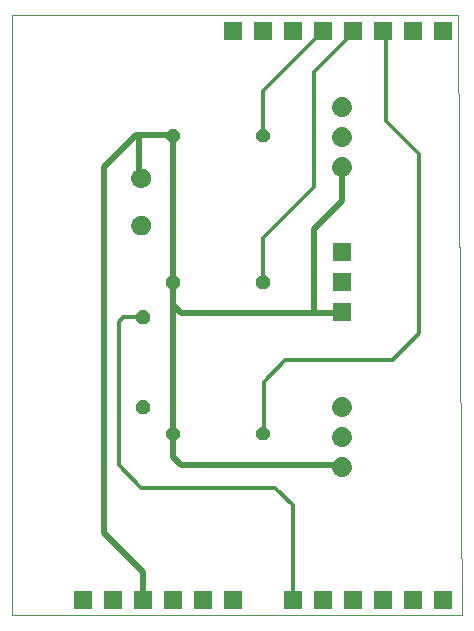
<source format=gtl>
G75*
G71*
%OFA0B0*%
%FSLAX23Y23*%
%IPPOS*%
%LPD*%
%ADD10C,0.1*%
%ADD11C,0.305*%
%ADD12C,0.508*%
%LPD*%D10*
X0Y0D02*
X0Y100D01*
X0Y200D01*
X0Y300D01*
X0Y400D01*
X0Y500D01*
X0Y600D01*
X0Y700D01*
X0Y800D01*
X0Y900D01*
X0Y1000D01*
X0Y1100D01*
X0Y1200D01*
X0Y1300D01*
X0Y1400D01*
X0Y1500D01*
X0Y1600D01*
X0Y1700D01*
X0Y1800D01*
X0Y1900D01*
X0Y2000D01*
X0Y2100D01*
X0Y2200D01*
X0Y2300D01*
X0Y2400D01*
X0Y2500D01*
X0Y2600D01*
X0Y2700D01*
X0Y2800D01*
X0Y2900D01*
X0Y3000D01*
X0Y3100D01*
X0Y3200D01*
X0Y3300D01*
X0Y3400D01*
X0Y3500D01*
X0Y3600D01*
X0Y3700D01*
X0Y3800D01*
X0Y3900D01*
X0Y4000D01*
X0Y4100D01*
X0Y4200D01*
X0Y4300D01*
X0Y4400D01*
X0Y4500D01*
X0Y4600D01*
X0Y4700D01*
X0Y4800D01*
X0Y4900D01*
X0Y5000D01*
X0Y5100D01*
X0Y5200D01*
X0Y5300D01*
X0Y5400D01*
X0Y5500D01*
X0Y5600D01*
X0Y5700D01*
X0Y5800D01*
X0Y5900D01*
X0Y6000D01*
X0Y6100D01*
X0Y6200D01*
X0Y6300D01*
X0Y6400D01*
X0Y6500D01*
X0Y6600D01*
X0Y6700D01*
X0Y6800D01*
X0Y6900D01*
X0Y7000D01*
X0Y7100D01*
X0Y7200D01*
X0Y7300D01*
X0Y7400D01*
X0Y7500D01*
X0Y7600D01*
X0Y7700D01*
X0Y7800D01*
X0Y7900D01*
X0Y8000D01*
X0Y8100D01*
X0Y8200D01*
X0Y8300D01*
X0Y8400D01*
X0Y8500D01*
X0Y8600D01*
X0Y8700D01*
X0Y8800D01*
X0Y8900D01*
X0Y9000D01*
X0Y9100D01*
X0Y9200D01*
X0Y9300D01*
X0Y9400D01*
X0Y9500D01*
X0Y9600D01*
X0Y9700D01*
X0Y9800D01*
X0Y9900D01*
X0Y10000D01*
X0Y10100D01*
X0Y10200D01*
X0Y10300D01*
X0Y10400D01*
X0Y10500D01*
X0Y10600D01*
X0Y10700D01*
X0Y10800D01*
X0Y10900D01*
X0Y11000D01*
X0Y11100D01*
X0Y11200D01*
X0Y11300D01*
X0Y11400D01*
X0Y11500D01*
X0Y11600D01*
X0Y11700D01*
X0Y11800D01*
X0Y11900D01*
X0Y12000D01*
X0Y12100D01*
X0Y12200D01*
X0Y12300D01*
X0Y12400D01*
X0Y12500D01*
X0Y12600D01*
X0Y12700D01*
X0Y12800D01*
X0Y12900D01*
X0Y13000D01*
X0Y13100D01*
X0Y13200D01*
X0Y13300D01*
X0Y13400D01*
X0Y13500D01*
X0Y13600D01*
X0Y13700D01*
X0Y13800D01*
X0Y13900D01*
X0Y14000D01*
X0Y14100D01*
X0Y14200D01*
X0Y14300D01*
X0Y14400D01*
X0Y14500D01*
X0Y14600D01*
X0Y14700D01*
X0Y14800D01*
X0Y14900D01*
X0Y15000D01*
X0Y15100D01*
X0Y15200D01*
X0Y15300D01*
X0Y15400D01*
X0Y15500D01*
X0Y15600D01*
X0Y15700D01*
X0Y15800D01*
X0Y15900D01*
X0Y16000D01*
X0Y16100D01*
X0Y16200D01*
X0Y16300D01*
X0Y16400D01*
X0Y16500D01*
X0Y16600D01*
X0Y16700D01*
X0Y16800D01*
X0Y16900D01*
X0Y17000D01*
X0Y17100D01*
X0Y17200D01*
X0Y17300D01*
X0Y17400D01*
X0Y17500D01*
X0Y17600D01*
X0Y17700D01*
X0Y17800D01*
X0Y17900D01*
X0Y18000D01*
X0Y18100D01*
X0Y18200D01*
X0Y18300D01*
X0Y18400D01*
X0Y18500D01*
X0Y18600D01*
X0Y18700D01*
X0Y18800D01*
X0Y18900D01*
X0Y19000D01*
X0Y19100D01*
X0Y19200D01*
X0Y19300D01*
X0Y19400D01*
X0Y19500D01*
X0Y19600D01*
X0Y19700D01*
X0Y19800D01*
X0Y19900D01*
X0Y20000D01*
X0Y20100D01*
X0Y20200D01*
X0Y20300D01*
X0Y20400D01*
X0Y20500D01*
X0Y20600D01*
X0Y20700D01*
X0Y20800D01*
X0Y20900D01*
X0Y21000D01*
X0Y21100D01*
X0Y21200D01*
X0Y21300D01*
X0Y21400D01*
X0Y21500D01*
X0Y21600D01*
X0Y21700D01*
X0Y21800D01*
X0Y21900D01*
X0Y22000D01*
X0Y22100D01*
X0Y22200D01*
X0Y22300D01*
X0Y22400D01*
X0Y22500D01*
X0Y22600D01*
X0Y22700D01*
X0Y22800D01*
X0Y22900D01*
X0Y23000D01*
X0Y23100D01*
X0Y23200D01*
X0Y23300D01*
X0Y23400D01*
X0Y23500D01*
X0Y23600D01*
X0Y23700D01*
X0Y23800D01*
X0Y23900D01*
X0Y24000D01*
X0Y24100D01*
X0Y24200D01*
X0Y24300D01*
X0Y24400D01*
X0Y24500D01*
X0Y24600D01*
X0Y24700D01*
X0Y24800D01*
X0Y24900D01*
X0Y25000D01*
X0Y25100D01*
X0Y25200D01*
X0Y25300D01*
X0Y25400D01*
X0Y25500D01*
X0Y25600D01*
X0Y25700D01*
X0Y25800D01*
X0Y25900D01*
X0Y26000D01*
X0Y26100D01*
X0Y26200D01*
X0Y26300D01*
X0Y26400D01*
X0Y26500D01*
X0Y26600D01*
X0Y26700D01*
X0Y26800D01*
X0Y26900D01*
X0Y27000D01*
X0Y27100D01*
X0Y27200D01*
X0Y27300D01*
X0Y27400D01*
X0Y27500D01*
X0Y27600D01*
X0Y27700D01*
X0Y27800D01*
X0Y27900D01*
X0Y28000D01*
X0Y28100D01*
X0Y28200D01*
X0Y28300D01*
X0Y28400D01*
X0Y28500D01*
X0Y28600D01*
X0Y28700D01*
X0Y28800D01*
X0Y28900D01*
X0Y29000D01*
X0Y29100D01*
X0Y29200D01*
X0Y29300D01*
X0Y29400D01*
X0Y29500D01*
X0Y29600D01*
X0Y29700D01*
X0Y29800D01*
X0Y29900D01*
X0Y30000D01*
X0Y30100D01*
X0Y30200D01*
X0Y30300D01*
X0Y30400D01*
X0Y30500D01*
X0Y30600D01*
X0Y30700D01*
X0Y30800D01*
X0Y30900D01*
X0Y31000D01*
X0Y31100D01*
X0Y31200D01*
X0Y31300D01*
X0Y31400D01*
X0Y31500D01*
X0Y31600D01*
X0Y31700D01*
X0Y31800D01*
X0Y31900D01*
X0Y32000D01*
X0Y32100D01*
X0Y32200D01*
X0Y32300D01*
X0Y32400D01*
X0Y32500D01*
X0Y32600D01*
X0Y32700D01*
X0Y32800D01*
X0Y32900D01*
X0Y33000D01*
X0Y33100D01*
X0Y33200D01*
X0Y33300D01*
X0Y33400D01*
X0Y33500D01*
X0Y33600D01*
X0Y33700D01*
X0Y33800D01*
X0Y33900D01*
X0Y34000D01*
X0Y34100D01*
X0Y34200D01*
X0Y34300D01*
X0Y34400D01*
X0Y34500D01*
X0Y34600D01*
X0Y34700D01*
X0Y34800D01*
X0Y34900D01*
X0Y35000D01*
X0Y35100D01*
X0Y35200D01*
X0Y35300D01*
X0Y35400D01*
X0Y35500D01*
X0Y35600D01*
X0Y35700D01*
X0Y35800D01*
X0Y35900D01*
X0Y36000D01*
X0Y36100D01*
X0Y36200D01*
X0Y36300D01*
X0Y36400D01*
X0Y36500D01*
X0Y36600D01*
X0Y36700D01*
X0Y36800D01*
X0Y36900D01*
X0Y37000D01*
X0Y37100D01*
X0Y37200D01*
X0Y37300D01*
X0Y37400D01*
X0Y37500D01*
X0Y37600D01*
X0Y37700D01*
X0Y37800D01*
X0Y37900D01*
X0Y38000D01*
X0Y38100D01*
X0Y38200D01*
X0Y38300D01*
X0Y38400D01*
X0Y38500D01*
X0Y38600D01*
X0Y38700D01*
X0Y38800D01*
X0Y38900D01*
X0Y39000D01*
X0Y39100D01*
X0Y39200D01*
X0Y39300D01*
X0Y39400D01*
X0Y39500D01*
X0Y39600D01*
X0Y39700D01*
X0Y39800D01*
X0Y39900D01*
X0Y40000D01*
X0Y40100D01*
X0Y40200D01*
X0Y40300D01*
X0Y40400D01*
X0Y40500D01*
X0Y40600D01*
X0Y40700D01*
X0Y40800D01*
X0Y40900D01*
X0Y41000D01*
X0Y41100D01*
X0Y41200D01*
X0Y41300D01*
X0Y41400D01*
X0Y41500D01*
X0Y41600D01*
X0Y41700D01*
X0Y41800D01*
X0Y41900D01*
X0Y42000D01*
X0Y42100D01*
X0Y42200D01*
X0Y42300D01*
X0Y42400D01*
X0Y42500D01*
X0Y42600D01*
X0Y42700D01*
X0Y42800D01*
X0Y42900D01*
X0Y43000D01*
X0Y43100D01*
X0Y43200D01*
X0Y43300D01*
X0Y43400D01*
X0Y43500D01*
X0Y43600D01*
X0Y43700D01*
X0Y43800D01*
X0Y43900D01*
X0Y44000D01*
X0Y44100D01*
X0Y44200D01*
X0Y44300D01*
X0Y44400D01*
X0Y44500D01*
X0Y44600D01*
X0Y44700D01*
X0Y44800D01*
X0Y44900D01*
X0Y45000D01*
X0Y45100D01*
X0Y45200D01*
X0Y45300D01*
X0Y45400D01*
X0Y45500D01*
X0Y45600D01*
X0Y45700D01*
X0Y45800D01*
X0Y45900D01*
X0Y46000D01*
X0Y46100D01*
X0Y46200D01*
X0Y46300D01*
X0Y46400D01*
X0Y46500D01*
X0Y46600D01*
X0Y46700D01*
X0Y46800D01*
X0Y46900D01*
X0Y47000D01*
X0Y47100D01*
X0Y47200D01*
X0Y47300D01*
X0Y47400D01*
X0Y47500D01*
X0Y47600D01*
X0Y47700D01*
X0Y47800D01*
X0Y47900D01*
X0Y48000D01*
X0Y48100D01*
X0Y48200D01*
X0Y48300D01*
X0Y48400D01*
X0Y48500D01*
X0Y48600D01*
X0Y48700D01*
X0Y48800D01*
X0Y48900D01*
X0Y49000D01*
X0Y49100D01*
X0Y49200D01*
X0Y49300D01*
X0Y49400D01*
X0Y49500D01*
X0Y49600D01*
X0Y49700D01*
X0Y49800D01*
X0Y49900D01*
X0Y50000D01*
X0Y50100D01*
X0Y50200D01*
X0Y50300D01*
X0Y50400D01*
X0Y50500D01*
X0Y50600D01*
X0Y50700D01*
X0Y50800D01*
X100Y50800D01*
X200Y50800D01*
X300Y50800D01*
X400Y50800D01*
X500Y50800D01*
X600Y50800D01*
X699Y50800D01*
X799Y50800D01*
X899Y50800D01*
X999Y50800D01*
X1099Y50800D01*
X1199Y50800D01*
X1299Y50800D01*
X1399Y50800D01*
X1499Y50800D01*
X1599Y50800D01*
X1699Y50800D01*
X1799Y50800D01*
X1899Y50800D01*
X1999Y50800D01*
X2098Y50800D01*
X2198Y50800D01*
X2298Y50800D01*
X2398Y50800D01*
X2498Y50800D01*
X2598Y50800D01*
X2698Y50800D01*
X2798Y50800D01*
X2898Y50800D01*
X2998Y50800D01*
X3098Y50800D01*
X3198Y50800D01*
X3298Y50800D01*
X3397Y50800D01*
X3497Y50800D01*
X3597Y50800D01*
X3697Y50800D01*
X3797Y50800D01*
X3897Y50800D01*
X3997Y50800D01*
X4097Y50800D01*
X4197Y50800D01*
X4297Y50800D01*
X4397Y50800D01*
X4497Y50800D01*
X4597Y50800D01*
X4696Y50800D01*
X4796Y50800D01*
X4896Y50800D01*
X4996Y50800D01*
X5096Y50800D01*
X5196Y50800D01*
X5296Y50800D01*
X5396Y50800D01*
X5496Y50800D01*
X5596Y50800D01*
X5696Y50800D01*
X5796Y50800D01*
X5896Y50800D01*
X5995Y50800D01*
X6095Y50800D01*
X6195Y50800D01*
X6295Y50800D01*
X6395Y50800D01*
X6495Y50800D01*
X6595Y50800D01*
X6695Y50800D01*
X6795Y50800D01*
X6895Y50800D01*
X6995Y50800D01*
X7095Y50800D01*
X7195Y50800D01*
X7295Y50800D01*
X7394Y50800D01*
X7494Y50800D01*
X7594Y50800D01*
X7694Y50800D01*
X7794Y50800D01*
X7894Y50800D01*
X7994Y50800D01*
X8094Y50800D01*
X8194Y50800D01*
X8294Y50800D01*
X8394Y50800D01*
X8494Y50800D01*
X8594Y50800D01*
X8693Y50800D01*
X8793Y50800D01*
X8893Y50800D01*
X8993Y50800D01*
X9093Y50800D01*
X9193Y50800D01*
X9293Y50800D01*
X9393Y50800D01*
X9493Y50800D01*
X9593Y50800D01*
X9693Y50800D01*
X9793Y50800D01*
X9893Y50800D01*
X9992Y50800D01*
X10092Y50800D01*
X10192Y50800D01*
X10292Y50800D01*
X10392Y50800D01*
X10492Y50800D01*
X10592Y50800D01*
X10692Y50800D01*
X10792Y50800D01*
X10892Y50800D01*
X10992Y50800D01*
X11092Y50800D01*
X11192Y50800D01*
X11292Y50800D01*
X11391Y50800D01*
X11491Y50800D01*
X11591Y50800D01*
X11691Y50800D01*
X11791Y50800D01*
X11891Y50800D01*
X11991Y50800D01*
X12091Y50800D01*
X12191Y50800D01*
X12291Y50800D01*
X12391Y50800D01*
X12491Y50800D01*
X12591Y50800D01*
X12690Y50800D01*
X12790Y50800D01*
X12890Y50800D01*
X12990Y50800D01*
X13090Y50800D01*
X13190Y50800D01*
X13290Y50800D01*
X13390Y50800D01*
X13490Y50800D01*
X13590Y50800D01*
X13690Y50800D01*
X13790Y50800D01*
X13890Y50800D01*
X13989Y50800D01*
X14089Y50800D01*
X14189Y50800D01*
X14289Y50800D01*
X14389Y50800D01*
X14489Y50800D01*
X14589Y50800D01*
X14689Y50800D01*
X14789Y50800D01*
X14889Y50800D01*
X14989Y50800D01*
X15089Y50800D01*
X15189Y50800D01*
X15289Y50800D01*
X15388Y50800D01*
X15488Y50800D01*
X15588Y50800D01*
X15688Y50800D01*
X15788Y50800D01*
X15888Y50800D01*
X15988Y50800D01*
X16088Y50800D01*
X16188Y50800D01*
X16288Y50800D01*
X16388Y50800D01*
X16488Y50800D01*
X16588Y50800D01*
X16687Y50800D01*
X16787Y50800D01*
X16887Y50800D01*
X16987Y50800D01*
X17087Y50800D01*
X17187Y50800D01*
X17287Y50800D01*
X17387Y50800D01*
X17487Y50800D01*
X17587Y50800D01*
X17687Y50800D01*
X17787Y50800D01*
X17887Y50800D01*
X17987Y50800D01*
X18086Y50800D01*
X18186Y50800D01*
X18286Y50800D01*
X18386Y50800D01*
X18486Y50800D01*
X18586Y50800D01*
X18686Y50800D01*
X18786Y50800D01*
X18886Y50800D01*
X18986Y50800D01*
X19086Y50800D01*
X19186Y50800D01*
X19286Y50800D01*
X19385Y50800D01*
X19485Y50800D01*
X19585Y50800D01*
X19685Y50800D01*
X19785Y50800D01*
X19885Y50800D01*
X19985Y50800D01*
X20085Y50800D01*
X20185Y50800D01*
X20285Y50800D01*
X20385Y50800D01*
X20485Y50800D01*
X20585Y50800D01*
X20684Y50800D01*
X20784Y50800D01*
X20884Y50800D01*
X20984Y50800D01*
X21084Y50800D01*
X21184Y50800D01*
X21284Y50800D01*
X21384Y50800D01*
X21484Y50800D01*
X21584Y50800D01*
X21684Y50800D01*
X21784Y50800D01*
X21884Y50800D01*
X21984Y50800D01*
X22083Y50800D01*
X22183Y50800D01*
X22283Y50800D01*
X22383Y50800D01*
X22483Y50800D01*
X22583Y50800D01*
X22683Y50800D01*
X22783Y50800D01*
X22883Y50800D01*
X22983Y50800D01*
X23083Y50800D01*
X23183Y50800D01*
X23283Y50800D01*
X23382Y50800D01*
X23482Y50800D01*
X23582Y50800D01*
X23682Y50800D01*
X23782Y50800D01*
X23882Y50800D01*
X23982Y50800D01*
X24082Y50800D01*
X24182Y50800D01*
X24282Y50800D01*
X24382Y50800D01*
X24482Y50800D01*
X24582Y50800D01*
X24682Y50800D01*
X24781Y50800D01*
X24881Y50800D01*
X24981Y50800D01*
X25081Y50800D01*
X25181Y50800D01*
X25281Y50800D01*
X25381Y50800D01*
X25481Y50800D01*
X25581Y50800D01*
X25681Y50800D01*
X25781Y50800D01*
X25881Y50800D01*
X25981Y50800D01*
X26080Y50800D01*
X26180Y50800D01*
X26280Y50800D01*
X26380Y50800D01*
X26480Y50800D01*
X26580Y50800D01*
X26680Y50800D01*
X26780Y50800D01*
X26880Y50800D01*
X26980Y50800D01*
X27080Y50800D01*
X27180Y50800D01*
X27280Y50800D01*
X27379Y50800D01*
X27479Y50800D01*
X27579Y50800D01*
X27679Y50800D01*
X27779Y50800D01*
X27879Y50800D01*
X27979Y50800D01*
X28079Y50800D01*
X28179Y50800D01*
X28279Y50800D01*
X28379Y50800D01*
X28479Y50800D01*
X28579Y50800D01*
X28679Y50800D01*
X28778Y50800D01*
X28878Y50800D01*
X28978Y50800D01*
X29078Y50800D01*
X29178Y50800D01*
X29278Y50800D01*
X29378Y50800D01*
X29478Y50800D01*
X29578Y50800D01*
X29678Y50800D01*
X29778Y50800D01*
X29878Y50800D01*
X29978Y50800D01*
X30077Y50800D01*
X30177Y50800D01*
X30277Y50800D01*
X30377Y50800D01*
X30477Y50800D01*
X30577Y50800D01*
X30677Y50800D01*
X30777Y50800D01*
X30877Y50800D01*
X30977Y50800D01*
X31077Y50800D01*
X31177Y50800D01*
X31277Y50800D01*
X31377Y50800D01*
X31476Y50800D01*
X31576Y50800D01*
X31676Y50800D01*
X31776Y50800D01*
X31876Y50800D01*
X31976Y50800D01*
X32076Y50800D01*
X32176Y50800D01*
X32276Y50800D01*
X32376Y50800D01*
X32476Y50800D01*
X32576Y50800D01*
X32676Y50800D01*
X32775Y50800D01*
X32875Y50800D01*
X32975Y50800D01*
X33075Y50800D01*
X33175Y50800D01*
X33275Y50800D01*
X33375Y50800D01*
X33475Y50800D01*
X33575Y50800D01*
X33675Y50800D01*
X33775Y50800D01*
X33875Y50800D01*
X33975Y50800D01*
X34075Y50800D01*
X34174Y50800D01*
X34274Y50800D01*
X34374Y50800D01*
X34474Y50800D01*
X34574Y50800D01*
X34674Y50800D01*
X34774Y50800D01*
X34874Y50800D01*
X34974Y50800D01*
X35074Y50800D01*
X35174Y50800D01*
X35274Y50800D01*
X35374Y50800D01*
X35473Y50800D01*
X35573Y50800D01*
X35673Y50800D01*
X35773Y50800D01*
X35873Y50800D01*
X35973Y50800D01*
X36073Y50800D01*
X36173Y50800D01*
X36273Y50800D01*
X36373Y50800D01*
X36473Y50800D01*
X36573Y50800D01*
X36673Y50800D01*
X36773Y50800D01*
X36872Y50800D01*
X36972Y50800D01*
X37072Y50800D01*
X37172Y50800D01*
X37272Y50800D01*
X37372Y50800D01*
X37472Y50800D01*
X37572Y50800D01*
X37672Y50800D01*
X37772Y50800D01*
X37772Y50700D01*
X37773Y50600D01*
X37774Y50501D01*
X37774Y50401D01*
X37775Y50301D01*
X37776Y50201D01*
X37776Y50101D01*
X37777Y50002D01*
X37778Y49902D01*
X37778Y49802D01*
X37779Y49702D01*
X37780Y49602D01*
X37780Y49503D01*
X37781Y49403D01*
X37782Y49303D01*
X37782Y49203D01*
X37783Y49103D01*
X37783Y49004D01*
X37784Y48904D01*
X37785Y48804D01*
X37785Y48704D01*
X37786Y48604D01*
X37787Y48505D01*
X37787Y48405D01*
X37788Y48305D01*
X37789Y48205D01*
X37789Y48105D01*
X37790Y48006D01*
X37791Y47906D01*
X37791Y47806D01*
X37792Y47706D01*
X37792Y47606D01*
X37793Y47507D01*
X37794Y47407D01*
X37794Y47307D01*
X37795Y47207D01*
X37796Y47107D01*
X37796Y47007D01*
X37797Y46908D01*
X37798Y46808D01*
X37798Y46708D01*
X37799Y46608D01*
X37800Y46508D01*
X37800Y46409D01*
X37801Y46309D01*
X37801Y46209D01*
X37802Y46109D01*
X37803Y46009D01*
X37803Y45910D01*
X37804Y45810D01*
X37805Y45710D01*
X37805Y45610D01*
X37806Y45510D01*
X37807Y45411D01*
X37807Y45311D01*
X37808Y45211D01*
X37809Y45111D01*
X37809Y45011D01*
X37810Y44912D01*
X37811Y44812D01*
X37811Y44712D01*
X37812Y44612D01*
X37812Y44512D01*
X37813Y44413D01*
X37814Y44313D01*
X37814Y44213D01*
X37815Y44113D01*
X37816Y44013D01*
X37816Y43914D01*
X37817Y43814D01*
X37818Y43714D01*
X37818Y43614D01*
X37819Y43514D01*
X37820Y43415D01*
X37820Y43315D01*
X37821Y43215D01*
X37821Y43115D01*
X37822Y43015D01*
X37823Y42916D01*
X37823Y42816D01*
X37824Y42716D01*
X37825Y42616D01*
X37825Y42516D01*
X37826Y42417D01*
X37827Y42317D01*
X37827Y42217D01*
X37828Y42117D01*
X37829Y42017D01*
X37829Y41918D01*
X37830Y41818D01*
X37831Y41718D01*
X37831Y41618D01*
X37832Y41518D01*
X37832Y41419D01*
X37833Y41319D01*
X37834Y41219D01*
X37834Y41119D01*
X37835Y41019D01*
X37836Y40920D01*
X37836Y40820D01*
X37837Y40720D01*
X37838Y40620D01*
X37838Y40520D01*
X37839Y40420D01*
X37840Y40321D01*
X37840Y40221D01*
X37841Y40121D01*
X37841Y40021D01*
X37842Y39921D01*
X37843Y39822D01*
X37843Y39722D01*
X37844Y39622D01*
X37845Y39522D01*
X37845Y39422D01*
X37846Y39323D01*
X37847Y39223D01*
X37847Y39123D01*
X37848Y39023D01*
X37849Y38923D01*
X37849Y38824D01*
X37850Y38724D01*
X37850Y38624D01*
X37851Y38524D01*
X37852Y38424D01*
X37852Y38325D01*
X37853Y38225D01*
X37854Y38125D01*
X37854Y38025D01*
X37855Y37925D01*
X37856Y37826D01*
X37856Y37726D01*
X37857Y37626D01*
X37858Y37526D01*
X37858Y37426D01*
X37859Y37327D01*
X37860Y37227D01*
X37860Y37127D01*
X37861Y37027D01*
X37861Y36927D01*
X37862Y36828D01*
X37863Y36728D01*
X37863Y36628D01*
X37864Y36528D01*
X37865Y36428D01*
X37865Y36329D01*
X37866Y36229D01*
X37867Y36129D01*
X37867Y36029D01*
X37868Y35929D01*
X37869Y35830D01*
X37869Y35730D01*
X37870Y35630D01*
X37870Y35530D01*
X37871Y35430D01*
X37872Y35331D01*
X37872Y35231D01*
X37873Y35131D01*
X37874Y35031D01*
X37874Y34931D01*
X37875Y34832D01*
X37876Y34732D01*
X37876Y34632D01*
X37877Y34532D01*
X37878Y34432D01*
X37878Y34332D01*
X37879Y34233D01*
X37880Y34133D01*
X37880Y34033D01*
X37881Y33933D01*
X37881Y33833D01*
X37882Y33734D01*
X37883Y33634D01*
X37883Y33534D01*
X37884Y33434D01*
X37885Y33334D01*
X37885Y33235D01*
X37886Y33135D01*
X37887Y33035D01*
X37887Y32935D01*
X37888Y32835D01*
X37889Y32736D01*
X37889Y32636D01*
X37890Y32536D01*
X37890Y32436D01*
X37891Y32336D01*
X37892Y32237D01*
X37892Y32137D01*
X37893Y32037D01*
X37894Y31937D01*
X37894Y31837D01*
X37895Y31738D01*
X37896Y31638D01*
X37896Y31538D01*
X37897Y31438D01*
X37898Y31338D01*
X37898Y31239D01*
X37899Y31139D01*
X37899Y31039D01*
X37900Y30939D01*
X37901Y30839D01*
X37901Y30740D01*
X37902Y30640D01*
X37903Y30540D01*
X37903Y30440D01*
X37904Y30340D01*
X37905Y30241D01*
X37905Y30141D01*
X37906Y30041D01*
X37907Y29941D01*
X37907Y29841D01*
X37908Y29742D01*
X37909Y29642D01*
X37909Y29542D01*
X37910Y29442D01*
X37910Y29342D01*
X37911Y29243D01*
X37912Y29143D01*
X37912Y29043D01*
X37913Y28943D01*
X37914Y28843D01*
X37914Y28744D01*
X37915Y28644D01*
X37916Y28544D01*
X37916Y28444D01*
X37917Y28344D01*
X37918Y28245D01*
X37918Y28145D01*
X37919Y28045D01*
X37919Y27945D01*
X37920Y27845D01*
X37921Y27745D01*
X37921Y27646D01*
X37922Y27546D01*
X37923Y27446D01*
X37923Y27346D01*
X37924Y27246D01*
X37925Y27147D01*
X37925Y27047D01*
X37926Y26947D01*
X37927Y26847D01*
X37927Y26747D01*
X37928Y26648D01*
X37929Y26548D01*
X37929Y26448D01*
X37930Y26348D01*
X37930Y26248D01*
X37931Y26149D01*
X37932Y26049D01*
X37932Y25949D01*
X37933Y25849D01*
X37934Y25749D01*
X37934Y25650D01*
X37935Y25550D01*
X37936Y25450D01*
X37936Y25350D01*
X37937Y25250D01*
X37938Y25151D01*
X37938Y25051D01*
X37939Y24951D01*
X37939Y24851D01*
X37940Y24751D01*
X37941Y24652D01*
X37941Y24552D01*
X37942Y24452D01*
X37943Y24352D01*
X37943Y24252D01*
X37944Y24153D01*
X37945Y24053D01*
X37945Y23953D01*
X37946Y23853D01*
X37947Y23753D01*
X37947Y23654D01*
X37948Y23554D01*
X37948Y23454D01*
X37949Y23354D01*
X37950Y23254D01*
X37950Y23155D01*
X37951Y23055D01*
X37952Y22955D01*
X37952Y22855D01*
X37953Y22755D01*
X37954Y22656D01*
X37954Y22556D01*
X37955Y22456D01*
X37956Y22356D01*
X37956Y22256D01*
X37957Y22157D01*
X37958Y22057D01*
X37958Y21957D01*
X37959Y21857D01*
X37959Y21757D01*
X37960Y21657D01*
X37961Y21558D01*
X37961Y21458D01*
X37962Y21358D01*
X37963Y21258D01*
X37963Y21158D01*
X37964Y21059D01*
X37965Y20959D01*
X37965Y20859D01*
X37966Y20759D01*
X37967Y20659D01*
X37967Y20560D01*
X37968Y20460D01*
X37968Y20360D01*
X37969Y20260D01*
X37970Y20160D01*
X37970Y20061D01*
X37971Y19961D01*
X37972Y19861D01*
X37972Y19761D01*
X37973Y19661D01*
X37974Y19562D01*
X37974Y19462D01*
X37975Y19362D01*
X37976Y19262D01*
X37976Y19162D01*
X37977Y19063D01*
X37978Y18963D01*
X37978Y18863D01*
X37979Y18763D01*
X37979Y18663D01*
X37980Y18564D01*
X37981Y18464D01*
X37981Y18364D01*
X37982Y18264D01*
X37983Y18164D01*
X37983Y18065D01*
X37984Y17965D01*
X37985Y17865D01*
X37985Y17765D01*
X37986Y17665D01*
X37987Y17566D01*
X37987Y17466D01*
X37988Y17366D01*
X37988Y17266D01*
X37989Y17166D01*
X37990Y17067D01*
X37990Y16967D01*
X37991Y16867D01*
X37992Y16767D01*
X37992Y16667D01*
X37993Y16568D01*
X37994Y16468D01*
X37994Y16368D01*
X37995Y16268D01*
X37996Y16168D01*
X37996Y16068D01*
X37997Y15969D01*
X37997Y15869D01*
X37998Y15769D01*
X37999Y15669D01*
X37999Y15569D01*
X38000Y15470D01*
X38001Y15370D01*
X38001Y15270D01*
X38002Y15170D01*
X38003Y15070D01*
X38003Y14971D01*
X38004Y14871D01*
X38005Y14771D01*
X38005Y14671D01*
X38006Y14571D01*
X38007Y14472D01*
X38007Y14372D01*
X38008Y14272D01*
X38008Y14172D01*
X38009Y14072D01*
X38010Y13973D01*
X38010Y13873D01*
X38011Y13773D01*
X38012Y13673D01*
X38012Y13573D01*
X38013Y13474D01*
X38014Y13374D01*
X38014Y13274D01*
X38015Y13174D01*
X38016Y13074D01*
X38016Y12975D01*
X38017Y12875D01*
X38017Y12775D01*
X38018Y12675D01*
X38019Y12575D01*
X38019Y12476D01*
X38020Y12376D01*
X38021Y12276D01*
X38021Y12176D01*
X38022Y12076D01*
X38023Y11977D01*
X38023Y11877D01*
X38024Y11777D01*
X38025Y11677D01*
X38025Y11577D01*
X38026Y11478D01*
X38027Y11378D01*
X38027Y11278D01*
X38028Y11178D01*
X38028Y11078D01*
X38029Y10979D01*
X38030Y10879D01*
X38030Y10779D01*
X38031Y10679D01*
X38032Y10579D01*
X38032Y10479D01*
X38033Y10380D01*
X38034Y10280D01*
X38034Y10180D01*
X38035Y10080D01*
X38036Y9980D01*
X38036Y9881D01*
X38037Y9781D01*
X38037Y9681D01*
X38038Y9581D01*
X38039Y9481D01*
X38039Y9382D01*
X38040Y9282D01*
X38041Y9182D01*
X38041Y9082D01*
X38042Y8982D01*
X38043Y8883D01*
X38043Y8783D01*
X38044Y8683D01*
X38045Y8583D01*
X38045Y8483D01*
X38046Y8384D01*
X38046Y8284D01*
X38047Y8184D01*
X38048Y8084D01*
X38048Y7984D01*
X38049Y7885D01*
X38050Y7785D01*
X38050Y7685D01*
X38051Y7585D01*
X38052Y7485D01*
X38052Y7386D01*
X38053Y7286D01*
X38054Y7186D01*
X38054Y7086D01*
X38055Y6986D01*
X38056Y6887D01*
X38056Y6787D01*
X38057Y6687D01*
X38057Y6587D01*
X38058Y6487D01*
X38059Y6388D01*
X38059Y6288D01*
X38060Y6188D01*
X38061Y6088D01*
X38061Y5988D01*
X38062Y5889D01*
X38063Y5789D01*
X38063Y5689D01*
X38064Y5589D01*
X38065Y5489D01*
X38065Y5389D01*
X38066Y5290D01*
X38066Y5190D01*
X38067Y5090D01*
X38068Y4990D01*
X38068Y4890D01*
X38069Y4791D01*
X38070Y4691D01*
X38070Y4591D01*
X38071Y4491D01*
X38072Y4391D01*
X38072Y4292D01*
X38073Y4192D01*
X38074Y4092D01*
X38074Y3992D01*
X38075Y3892D01*
X38076Y3793D01*
X38076Y3693D01*
X38077Y3593D01*
X38077Y3493D01*
X38078Y3393D01*
X38079Y3294D01*
X38079Y3194D01*
X38080Y3094D01*
X38081Y2994D01*
X38081Y2894D01*
X38082Y2795D01*
X38083Y2695D01*
X38083Y2595D01*
X38084Y2495D01*
X38085Y2395D01*
X38085Y2296D01*
X38086Y2196D01*
X38086Y2096D01*
X38087Y1996D01*
X38088Y1896D01*
X38088Y1797D01*
X38089Y1697D01*
X38090Y1597D01*
X38090Y1497D01*
X38091Y1397D01*
X38092Y1298D01*
X38092Y1198D01*
X38093Y1098D01*
X38094Y998D01*
X38094Y898D01*
X38095Y798D01*
X38095Y699D01*
X38096Y599D01*
X38097Y499D01*
X38097Y399D01*
X38098Y299D01*
X38099Y200D01*
X38099Y100D01*
X38100Y0D01*
X38000Y0D01*
X37900Y0D01*
X37800Y0D01*
X37700Y0D01*
X37600Y0D01*
X37500Y0D01*
X37400Y0D01*
X37300Y0D01*
X37200Y0D01*
X37100Y0D01*
X37000Y0D01*
X36900Y0D01*
X36800Y0D01*
X36700Y0D01*
X36600Y0D01*
X36500Y0D01*
X36400Y0D01*
X36300Y0D01*
X36200Y0D01*
X36100Y0D01*
X36000Y0D01*
X35900Y0D01*
X35800Y0D01*
X35700Y0D01*
X35600Y0D01*
X35500Y0D01*
X35400Y0D01*
X35300Y0D01*
X35200Y0D01*
X35100Y0D01*
X35000Y0D01*
X34900Y0D01*
X34800Y0D01*
X34700Y0D01*
X34600Y0D01*
X34500Y0D01*
X34400Y0D01*
X34300Y0D01*
X34200Y0D01*
X34100Y0D01*
X34000Y0D01*
X33900Y0D01*
X33800Y0D01*
X33700Y0D01*
X33600Y0D01*
X33500Y0D01*
X33400Y0D01*
X33300Y0D01*
X33200Y0D01*
X33100Y0D01*
X33000Y0D01*
X32900Y0D01*
X32800Y0D01*
X32700Y0D01*
X32600Y0D01*
X32500Y0D01*
X32400Y0D01*
X32300Y0D01*
X32200Y0D01*
X32100Y0D01*
X32000Y0D01*
X31900Y0D01*
X31800Y0D01*
X31700Y0D01*
X31600Y0D01*
X31500Y0D01*
X31400Y0D01*
X31300Y0D01*
X31200Y0D01*
X31100Y0D01*
X31000Y0D01*
X30900Y0D01*
X30800Y0D01*
X30700Y0D01*
X30600Y0D01*
X30500Y0D01*
X30400Y0D01*
X30300Y0D01*
X30200Y0D01*
X30100Y0D01*
X30000Y0D01*
X29900Y0D01*
X29800Y0D01*
X29700Y0D01*
X29600Y0D01*
X29500Y0D01*
X29400Y0D01*
X29300Y0D01*
X29200Y0D01*
X29100Y0D01*
X29000Y0D01*
X28900Y0D01*
X28800Y0D01*
X28700Y0D01*
X28600Y0D01*
X28500Y0D01*
X28400Y0D01*
X28300Y0D01*
X28200Y0D01*
X28100Y0D01*
X28000Y0D01*
X27900Y0D01*
X27800Y0D01*
X27700Y0D01*
X27600Y0D01*
X27500Y0D01*
X27400Y0D01*
X27300Y0D01*
X27200Y0D01*
X27100Y0D01*
X27000Y0D01*
X26900Y0D01*
X26800Y0D01*
X26700Y0D01*
X26600Y0D01*
X26500Y0D01*
X26400Y0D01*
X26300Y0D01*
X26200Y0D01*
X26100Y0D01*
X26000Y0D01*
X25900Y0D01*
X25800Y0D01*
X25700Y0D01*
X25600Y0D01*
X25500Y0D01*
X25400Y0D01*
X25300Y0D01*
X25200Y0D01*
X25100Y0D01*
X25000Y0D01*
X24900Y0D01*
X24800Y0D01*
X24700Y0D01*
X24600Y0D01*
X24500Y0D01*
X24400Y0D01*
X24300Y0D01*
X24200Y0D01*
X24100Y0D01*
X24000Y0D01*
X23900Y0D01*
X23800Y0D01*
X23700Y0D01*
X23600Y0D01*
X23500Y0D01*
X23400Y0D01*
X23300Y0D01*
X23200Y0D01*
X23100Y0D01*
X23000Y0D01*
X22900Y0D01*
X22800Y0D01*
X22700Y0D01*
X22600Y0D01*
X22500Y0D01*
X22400Y0D01*
X22300Y0D01*
X22200Y0D01*
X22100Y0D01*
X22000Y0D01*
X21900Y0D01*
X21800Y0D01*
X21700Y0D01*
X21600Y0D01*
X21500Y0D01*
X21400Y0D01*
X21300Y0D01*
X21200Y0D01*
X21100Y0D01*
X21000Y0D01*
X20900Y0D01*
X20800Y0D01*
X20700Y0D01*
X20600Y0D01*
X20500Y0D01*
X20400Y0D01*
X20300Y0D01*
X20200Y0D01*
X20100Y0D01*
X20000Y0D01*
X19900Y0D01*
X19800Y0D01*
X19700Y0D01*
X19600Y0D01*
X19500Y0D01*
X19400Y0D01*
X19300Y0D01*
X19200Y0D01*
X19100Y0D01*
X19000Y0D01*
X18900Y0D01*
X18800Y0D01*
X18700Y0D01*
X18600Y0D01*
X18500Y0D01*
X18400Y0D01*
X18300Y0D01*
X18200Y0D01*
X18100Y0D01*
X18000Y0D01*
X17900Y0D01*
X17800Y0D01*
X17700Y0D01*
X17600Y0D01*
X17500Y0D01*
X17400Y0D01*
X17300Y0D01*
X17200Y0D01*
X17100Y0D01*
X17000Y0D01*
X16900Y0D01*
X16800Y0D01*
X16700Y0D01*
X16600Y0D01*
X16500Y0D01*
X16400Y0D01*
X16300Y0D01*
X16200Y0D01*
X16100Y0D01*
X16000Y0D01*
X15900Y0D01*
X15800Y0D01*
X15700Y0D01*
X15600Y0D01*
X15500Y0D01*
X15400Y0D01*
X15300Y0D01*
X15200Y0D01*
X15100Y0D01*
X15000Y0D01*
X14900Y0D01*
X14800Y0D01*
X14700Y0D01*
X14600Y0D01*
X14500Y0D01*
X14400Y0D01*
X14300Y0D01*
X14200Y0D01*
X14100Y0D01*
X14000Y0D01*
X13900Y0D01*
X13800Y0D01*
X13700Y0D01*
X13600Y0D01*
X13500Y0D01*
X13400Y0D01*
X13300Y0D01*
X13200Y0D01*
X13100Y0D01*
X13000Y0D01*
X12900Y0D01*
X12800Y0D01*
X12700Y0D01*
X12600Y0D01*
X12500Y0D01*
X12400Y0D01*
X12300Y0D01*
X12200Y0D01*
X12100Y0D01*
X12000Y0D01*
X11900Y0D01*
X11800Y0D01*
X11700Y0D01*
X11600Y0D01*
X11500Y0D01*
X11400Y0D01*
X11300Y0D01*
X11200Y0D01*
X11100Y0D01*
X11000Y0D01*
X10900Y0D01*
X10800Y0D01*
X10700Y0D01*
X10600Y0D01*
X10500Y0D01*
X10400Y0D01*
X10300Y0D01*
X10200Y0D01*
X10100Y0D01*
X10000Y0D01*
X9900Y0D01*
X9800Y0D01*
X9700Y0D01*
X9600Y0D01*
X9500Y0D01*
X9400Y0D01*
X9300Y0D01*
X9200Y0D01*
X9100Y0D01*
X9000Y0D01*
X8900Y0D01*
X8800Y0D01*
X8700Y0D01*
X8600Y0D01*
X8500Y0D01*
X8400Y0D01*
X8300Y0D01*
X8200Y0D01*
X8100Y0D01*
X8000Y0D01*
X7900Y0D01*
X7800Y0D01*
X7700Y0D01*
X7600Y0D01*
X7500Y0D01*
X7400Y0D01*
X7300Y0D01*
X7200Y0D01*
X7100Y0D01*
X7000Y0D01*
X6900Y0D01*
X6800Y0D01*
X6700Y0D01*
X6600Y0D01*
X6500Y0D01*
X6400Y0D01*
X6300Y0D01*
X6200Y0D01*
X6100Y0D01*
X6000Y0D01*
X5900Y0D01*
X5800Y0D01*
X5700Y0D01*
X5600Y0D01*
X5500Y0D01*
X5400Y0D01*
X5300Y0D01*
X5200Y0D01*
X5100Y0D01*
X5000Y0D01*
X4900Y0D01*
X4800Y0D01*
X4700Y0D01*
X4600Y0D01*
X4500Y0D01*
X4400Y0D01*
X4300Y0D01*
X4200Y0D01*
X4100Y0D01*
X4000Y0D01*
X3900Y0D01*
X3800Y0D01*
X3700Y0D01*
X3600Y0D01*
X3500Y0D01*
X3400Y0D01*
X3300Y0D01*
X3200Y0D01*
X3100Y0D01*
X3000Y0D01*
X2900Y0D01*
X2800Y0D01*
X2700Y0D01*
X2600Y0D01*
X2500Y0D01*
X2400Y0D01*
X2300Y0D01*
X2200Y0D01*
X2100Y0D01*
X2000Y0D01*
X1900Y0D01*
X1800Y0D01*
X1700Y0D01*
X1600Y0D01*
X1500Y0D01*
X1400Y0D01*
X1300Y0D01*
X1200Y0D01*
X1100Y0D01*
X1000Y0D01*
X900Y0D01*
X800Y0D01*
X700Y0D01*
X600Y0D01*
X500Y0D01*
X400Y0D01*
X300Y0D01*
X200Y0D01*
X100Y0D01*
X0Y0D01*
X0Y0D01*
D11*
X9681Y25271D02*
X11105Y25271D01*
D11*
X9446Y25271D02*
X11105Y25271D01*
D11*
X9046Y24871D02*
X9446Y25271D01*
D11*
X9046Y12720D02*
X9046Y24871D01*
D11*
X22314Y10812D02*
X23810Y9316D01*
D11*
X10954Y10812D02*
X22314Y10812D01*
D11*
X9046Y12720D02*
X10954Y10812D01*
D11*
X23805Y9311D02*
X23810Y9316D01*
D11*
X23805Y1301D02*
X23805Y9311D01*
D12*
X27811Y12700D02*
X27940Y12571D01*
D12*
X14351Y12700D02*
X27811Y12700D01*
D12*
X13645Y13406D02*
X14351Y12700D01*
D12*
X13645Y15388D02*
X13645Y13406D01*
D12*
X27940Y12571D02*
X27940Y12571D01*
D12*
X27855Y25588D02*
X27940Y25674D01*
D12*
X14331Y25588D02*
X27855Y25588D01*
D12*
X13655Y26264D02*
X14331Y25588D01*
D12*
X27940Y25674D02*
X27940Y25674D01*
D12*
X13645Y40640D02*
X13774Y40511D01*
D12*
X13655Y15398D02*
X13645Y15388D01*
D12*
X13645Y28214D02*
X13655Y15398D01*
D12*
X13645Y28214D02*
X13645Y28214D01*
D12*
X13645Y40640D02*
X13645Y28214D01*
D12*
X13645Y28214D02*
X13645Y28214D01*
D12*
X13645Y40640D02*
X13645Y40640D01*
D12*
X13645Y40640D02*
X13645Y40640D01*
D12*
X27940Y35084D02*
X27940Y37971D01*
D12*
X25553Y32697D02*
X27940Y35084D01*
D12*
X25553Y25588D02*
X25553Y32697D01*
D12*
X27940Y37971D02*
X27940Y37971D01*
D12*
X13645Y40640D02*
X13645Y40640D01*
D12*
X13645Y40640D02*
X13645Y40640D01*
D12*
X10481Y40640D02*
X7835Y37995D01*
D12*
X13645Y40640D02*
X10481Y40640D01*
D12*
X10746Y37222D02*
X10948Y37020D01*
D12*
X10746Y40640D02*
X10746Y37222D01*
D12*
X10948Y37020D02*
X10948Y37020D01*
D12*
X7835Y6949D02*
X7835Y37995D01*
D12*
X11105Y3679D02*
X7835Y6949D01*
D12*
X11105Y1301D02*
X11105Y3679D01*
D11*
X23129Y21611D02*
X32279Y21611D01*
D11*
X21307Y19789D02*
X23129Y21611D01*
D11*
X34394Y23726D02*
X32279Y21611D01*
D11*
X32190Y21611D02*
X34477Y23898D01*
D11*
X31650Y49861D02*
X31642Y49869D01*
D11*
X31650Y41854D02*
X31650Y49861D01*
D11*
X34477Y39026D02*
X31650Y41854D01*
D11*
X34477Y23898D02*
X34477Y39026D01*
D11*
X31642Y49869D02*
X31642Y49829D01*
D11*
X31642Y49829D02*
X31425Y49494D01*
D11*
X21307Y15282D02*
X21265Y15240D01*
D11*
X21307Y19789D02*
X21307Y15282D01*
D11*
X21265Y15388D02*
X21265Y15240D01*
D11*
X25612Y46015D02*
X28885Y49288D01*
D11*
X25612Y36310D02*
X25612Y46015D01*
D11*
X28885Y49494D02*
X28885Y49288D01*
D11*
X21262Y31960D02*
X25612Y36310D01*
D11*
X21262Y28217D02*
X21265Y28214D01*
D11*
X21262Y31960D02*
X21262Y28217D01*
D11*
X21265Y28214D02*
X21265Y28214D01*
D11*
X26345Y49494D02*
X26345Y49208D01*
D11*
X26345Y49494D02*
X26345Y49494D01*
D11*
X21283Y40658D02*
X21265Y40640D01*
D11*
X21283Y44432D02*
X21283Y40658D01*
D11*
X26345Y49494D02*
X21283Y44432D01*
D11*
X21265Y40640D02*
X21265Y40640D01*
D11*
X26345Y49494D02*
X26345Y49494D01*
G36*
X5263Y539D02*
X6787Y539D01*
X6787Y2063D01*
X5263Y2063D01*
X5263Y539D01*
G37*
G36*
X7803Y539D02*
X9327Y539D01*
X9327Y2063D01*
X7803Y2063D01*
X7803Y539D01*
G37*
G36*
X10343Y539D02*
X11867Y539D01*
X11867Y2063D01*
X10343Y2063D01*
X10343Y539D01*
G37*
G36*
X12883Y539D02*
X14407Y539D01*
X14407Y2063D01*
X12883Y2063D01*
X12883Y539D01*
G37*
G36*
X15423Y539D02*
X16947Y539D01*
X16947Y2063D01*
X15423Y2063D01*
X15423Y539D01*
G37*
G36*
X17963Y539D02*
X19487Y539D01*
X19487Y2063D01*
X17963Y2063D01*
X17963Y539D01*
G37*
G36*
X23043Y539D02*
X24567Y539D01*
X24567Y2063D01*
X23043Y2063D01*
X23043Y539D01*
G37*
G36*
X25583Y539D02*
X27107Y539D01*
X27107Y2063D01*
X25583Y2063D01*
X25583Y539D01*
G37*
G36*
X28123Y539D02*
X29647Y539D01*
X29647Y2063D01*
X28123Y2063D01*
X28123Y539D01*
G37*
G36*
X30663Y539D02*
X32187Y539D01*
X32187Y2063D01*
X30663Y2063D01*
X30663Y539D01*
G37*
G36*
X33203Y539D02*
X34727Y539D01*
X34727Y2063D01*
X33203Y2063D01*
X33203Y539D01*
G37*
G36*
X35743Y539D02*
X37267Y539D01*
X37267Y2063D01*
X35743Y2063D01*
X35743Y539D01*
G37*
G36*
X17963Y48732D02*
X19487Y48732D01*
X19487Y50256D01*
X17963Y50256D01*
X17963Y48732D01*
G37*
G36*
X20503Y48732D02*
X22027Y48732D01*
X22027Y50256D01*
X20503Y50256D01*
X20503Y48732D01*
G37*
G36*
X23043Y48732D02*
X24567Y48732D01*
X24567Y50256D01*
X23043Y50256D01*
X23043Y48732D01*
G37*
G36*
X25583Y48732D02*
X27107Y48732D01*
X27107Y50256D01*
X25583Y50256D01*
X25583Y48732D01*
G37*
G36*
X28123Y48732D02*
X29647Y48732D01*
X29647Y50256D01*
X28123Y50256D01*
X28123Y48732D01*
G37*
G36*
X30663Y48732D02*
X32187Y48732D01*
X32187Y50256D01*
X30663Y50256D01*
X30663Y48732D01*
G37*
G36*
X33203Y48732D02*
X34727Y48732D01*
X34727Y50256D01*
X33203Y50256D01*
X33203Y48732D01*
G37*
G36*
X35743Y48732D02*
X37267Y48732D01*
X37267Y50256D01*
X35743Y50256D01*
X35743Y48732D01*
G37*
G36*
X10948Y37858D02*
X10851Y37853D01*
X10755Y37836D01*
X10661Y37809D01*
X10572Y37770D01*
X10488Y37721D01*
X10410Y37663D01*
X10339Y37596D01*
X10276Y37521D01*
X10223Y37439D01*
X10179Y37352D01*
X10145Y37261D01*
X10122Y37166D01*
X10111Y37069D01*
X10111Y36972D01*
X10122Y36875D01*
X10145Y36780D01*
X10179Y36688D01*
X10223Y36601D01*
X10276Y36520D01*
X10339Y36445D01*
X10410Y36378D01*
X10488Y36320D01*
X10572Y36271D01*
X10662Y36233D01*
X10755Y36205D01*
X10851Y36188D01*
X10948Y36182D01*
X11046Y36187D01*
X11142Y36204D01*
X11235Y36231D01*
X11325Y36270D01*
X11409Y36319D01*
X11487Y36377D01*
X11558Y36444D01*
X11621Y36519D01*
X11674Y36601D01*
X11718Y36688D01*
X11752Y36779D01*
X11774Y36874D01*
X11786Y36971D01*
X11786Y37068D01*
X11775Y37165D01*
X11752Y37260D01*
X11718Y37352D01*
X11674Y37439D01*
X11621Y37520D01*
X11558Y37595D01*
X11487Y37662D01*
X11409Y37720D01*
X11325Y37769D01*
X11235Y37807D01*
X11142Y37835D01*
X11046Y37852D01*
X10948Y37858D01*
G37*
G36*
X10948Y33858D02*
X10851Y33853D01*
X10755Y33836D01*
X10661Y33809D01*
X10572Y33770D01*
X10488Y33721D01*
X10410Y33663D01*
X10339Y33596D01*
X10276Y33521D01*
X10223Y33439D01*
X10179Y33352D01*
X10145Y33261D01*
X10122Y33166D01*
X10111Y33069D01*
X10111Y32972D01*
X10122Y32875D01*
X10145Y32780D01*
X10179Y32688D01*
X10223Y32601D01*
X10276Y32520D01*
X10339Y32445D01*
X10410Y32378D01*
X10488Y32320D01*
X10572Y32271D01*
X10662Y32233D01*
X10755Y32205D01*
X10851Y32188D01*
X10948Y32182D01*
X11046Y32187D01*
X11142Y32204D01*
X11235Y32231D01*
X11325Y32270D01*
X11409Y32319D01*
X11487Y32377D01*
X11558Y32444D01*
X11621Y32519D01*
X11674Y32601D01*
X11718Y32688D01*
X11752Y32779D01*
X11774Y32874D01*
X11786Y32971D01*
X11786Y33068D01*
X11775Y33165D01*
X11752Y33260D01*
X11718Y33352D01*
X11674Y33439D01*
X11621Y33520D01*
X11558Y33595D01*
X11487Y33662D01*
X11409Y33720D01*
X11325Y33769D01*
X11235Y33807D01*
X11142Y33835D01*
X11046Y33852D01*
X10948Y33858D01*
G37*
G36*
X27102Y37971D02*
X27107Y37874D01*
X27124Y37778D01*
X27151Y37684D01*
X27190Y37595D01*
X27239Y37510D01*
X27297Y37432D01*
X27364Y37362D01*
X27439Y37299D01*
X27521Y37246D01*
X27608Y37202D01*
X27699Y37168D01*
X27794Y37145D01*
X27891Y37134D01*
X27988Y37133D01*
X28085Y37145D01*
X28180Y37168D01*
X28272Y37201D01*
X28359Y37245D01*
X28440Y37299D01*
X28515Y37361D01*
X28582Y37432D01*
X28640Y37511D01*
X28689Y37595D01*
X28727Y37684D01*
X28755Y37778D01*
X28772Y37874D01*
X28778Y37971D01*
X28773Y38069D01*
X28756Y38165D01*
X28729Y38258D01*
X28690Y38348D01*
X28641Y38432D01*
X28583Y38510D01*
X28516Y38581D01*
X28441Y38643D01*
X28359Y38697D01*
X28272Y38741D01*
X28181Y38774D01*
X28086Y38797D01*
X27989Y38809D01*
X27892Y38809D01*
X27795Y38798D01*
X27700Y38775D01*
X27608Y38741D01*
X27521Y38697D01*
X27440Y38644D01*
X27365Y38581D01*
X27298Y38510D01*
X27240Y38432D01*
X27191Y38348D01*
X27153Y38258D01*
X27125Y38165D01*
X27108Y38069D01*
X27102Y37971D01*
G37*
G36*
X27102Y40511D02*
X27107Y40414D01*
X27124Y40318D01*
X27151Y40224D01*
X27190Y40135D01*
X27239Y40050D01*
X27297Y39972D01*
X27364Y39902D01*
X27439Y39839D01*
X27521Y39786D01*
X27608Y39742D01*
X27699Y39708D01*
X27794Y39685D01*
X27891Y39674D01*
X27988Y39673D01*
X28085Y39685D01*
X28180Y39708D01*
X28272Y39741D01*
X28359Y39785D01*
X28440Y39839D01*
X28515Y39901D01*
X28582Y39972D01*
X28640Y40051D01*
X28689Y40135D01*
X28727Y40224D01*
X28755Y40318D01*
X28772Y40414D01*
X28778Y40511D01*
X28773Y40609D01*
X28756Y40705D01*
X28729Y40798D01*
X28690Y40888D01*
X28641Y40972D01*
X28583Y41050D01*
X28516Y41121D01*
X28441Y41183D01*
X28359Y41237D01*
X28272Y41281D01*
X28181Y41314D01*
X28086Y41337D01*
X27989Y41349D01*
X27892Y41349D01*
X27795Y41338D01*
X27700Y41315D01*
X27608Y41281D01*
X27521Y41237D01*
X27440Y41184D01*
X27365Y41121D01*
X27298Y41050D01*
X27240Y40972D01*
X27191Y40888D01*
X27153Y40798D01*
X27125Y40705D01*
X27108Y40609D01*
X27102Y40511D01*
G37*
G36*
X27102Y43051D02*
X27107Y42954D01*
X27124Y42858D01*
X27151Y42764D01*
X27190Y42675D01*
X27239Y42590D01*
X27297Y42512D01*
X27364Y42442D01*
X27439Y42379D01*
X27521Y42326D01*
X27608Y42282D01*
X27699Y42248D01*
X27794Y42225D01*
X27891Y42214D01*
X27988Y42213D01*
X28085Y42225D01*
X28180Y42248D01*
X28272Y42281D01*
X28359Y42325D01*
X28440Y42379D01*
X28515Y42441D01*
X28582Y42512D01*
X28640Y42591D01*
X28689Y42675D01*
X28727Y42764D01*
X28755Y42858D01*
X28772Y42954D01*
X28778Y43051D01*
X28773Y43149D01*
X28756Y43245D01*
X28729Y43338D01*
X28690Y43428D01*
X28641Y43512D01*
X28583Y43590D01*
X28516Y43661D01*
X28441Y43723D01*
X28359Y43777D01*
X28272Y43821D01*
X28181Y43854D01*
X28086Y43877D01*
X27989Y43889D01*
X27892Y43889D01*
X27795Y43878D01*
X27700Y43855D01*
X27608Y43821D01*
X27521Y43777D01*
X27440Y43724D01*
X27365Y43661D01*
X27298Y43590D01*
X27240Y43512D01*
X27191Y43428D01*
X27153Y43338D01*
X27125Y43245D01*
X27108Y43149D01*
X27102Y43051D01*
G37*
G36*
X27102Y12571D02*
X27107Y12474D01*
X27124Y12378D01*
X27151Y12284D01*
X27190Y12195D01*
X27239Y12110D01*
X27297Y12032D01*
X27364Y11962D01*
X27439Y11899D01*
X27521Y11846D01*
X27608Y11802D01*
X27699Y11768D01*
X27794Y11745D01*
X27891Y11734D01*
X27988Y11733D01*
X28085Y11745D01*
X28180Y11768D01*
X28272Y11801D01*
X28359Y11845D01*
X28440Y11899D01*
X28515Y11961D01*
X28582Y12032D01*
X28640Y12111D01*
X28689Y12195D01*
X28727Y12284D01*
X28755Y12378D01*
X28772Y12474D01*
X28778Y12571D01*
X28773Y12669D01*
X28756Y12765D01*
X28729Y12858D01*
X28690Y12948D01*
X28641Y13032D01*
X28583Y13110D01*
X28516Y13181D01*
X28441Y13243D01*
X28359Y13297D01*
X28272Y13341D01*
X28181Y13374D01*
X28086Y13397D01*
X27989Y13409D01*
X27892Y13409D01*
X27795Y13398D01*
X27700Y13375D01*
X27608Y13341D01*
X27521Y13297D01*
X27440Y13244D01*
X27365Y13181D01*
X27298Y13110D01*
X27240Y13032D01*
X27191Y12948D01*
X27153Y12858D01*
X27125Y12765D01*
X27108Y12669D01*
X27102Y12571D01*
G37*
G36*
X27102Y15111D02*
X27107Y15014D01*
X27124Y14918D01*
X27151Y14824D01*
X27190Y14735D01*
X27239Y14650D01*
X27297Y14572D01*
X27364Y14502D01*
X27439Y14439D01*
X27521Y14386D01*
X27608Y14342D01*
X27699Y14308D01*
X27794Y14285D01*
X27891Y14274D01*
X27988Y14273D01*
X28085Y14285D01*
X28180Y14308D01*
X28272Y14341D01*
X28359Y14385D01*
X28440Y14439D01*
X28515Y14501D01*
X28582Y14572D01*
X28640Y14651D01*
X28689Y14735D01*
X28727Y14824D01*
X28755Y14918D01*
X28772Y15014D01*
X28778Y15111D01*
X28773Y15209D01*
X28756Y15305D01*
X28729Y15398D01*
X28690Y15488D01*
X28641Y15572D01*
X28583Y15650D01*
X28516Y15721D01*
X28441Y15783D01*
X28359Y15837D01*
X28272Y15881D01*
X28181Y15914D01*
X28086Y15937D01*
X27989Y15949D01*
X27892Y15949D01*
X27795Y15938D01*
X27700Y15915D01*
X27608Y15881D01*
X27521Y15837D01*
X27440Y15784D01*
X27365Y15721D01*
X27298Y15650D01*
X27240Y15572D01*
X27191Y15488D01*
X27153Y15398D01*
X27125Y15305D01*
X27108Y15209D01*
X27102Y15111D01*
G37*
G36*
X27102Y17651D02*
X27107Y17554D01*
X27124Y17458D01*
X27151Y17364D01*
X27190Y17275D01*
X27239Y17190D01*
X27297Y17112D01*
X27364Y17042D01*
X27439Y16979D01*
X27521Y16926D01*
X27608Y16882D01*
X27699Y16848D01*
X27794Y16825D01*
X27891Y16814D01*
X27988Y16813D01*
X28085Y16825D01*
X28180Y16848D01*
X28272Y16881D01*
X28359Y16925D01*
X28440Y16979D01*
X28515Y17041D01*
X28582Y17112D01*
X28640Y17191D01*
X28689Y17275D01*
X28727Y17364D01*
X28755Y17458D01*
X28772Y17554D01*
X28778Y17651D01*
X28773Y17749D01*
X28756Y17845D01*
X28729Y17938D01*
X28690Y18028D01*
X28641Y18112D01*
X28583Y18190D01*
X28516Y18261D01*
X28441Y18323D01*
X28359Y18377D01*
X28272Y18421D01*
X28181Y18454D01*
X28086Y18477D01*
X27989Y18489D01*
X27892Y18489D01*
X27795Y18478D01*
X27700Y18455D01*
X27608Y18421D01*
X27521Y18377D01*
X27440Y18324D01*
X27365Y18261D01*
X27298Y18190D01*
X27240Y18112D01*
X27191Y18028D01*
X27153Y17938D01*
X27125Y17845D01*
X27108Y17749D01*
X27102Y17651D01*
G37*
G36*
X27178Y26436D02*
X27178Y24912D01*
X28702Y24912D01*
X28702Y26436D01*
X27178Y26436D01*
G37*
G36*
X27178Y28976D02*
X27178Y27452D01*
X28702Y27452D01*
X28702Y28976D01*
X27178Y28976D01*
G37*
G36*
X27178Y31516D02*
X27178Y29992D01*
X28702Y29992D01*
X28702Y31516D01*
X27178Y31516D01*
G37*
G36*
X21831Y40411D02*
X21503Y40078D01*
X21036Y40074D01*
X20703Y40402D01*
X20699Y40869D01*
X21027Y41202D01*
X21494Y41206D01*
X21827Y40878D01*
G37*
G36*
X14211Y40411D02*
X13883Y40078D01*
X13416Y40074D01*
X13083Y40402D01*
X13079Y40869D01*
X13407Y41202D01*
X13874Y41206D01*
X14207Y40878D01*
G37*
G36*
X21831Y27985D02*
X21503Y27652D01*
X21036Y27648D01*
X20703Y27975D01*
X20699Y28442D01*
X21027Y28775D01*
X21494Y28779D01*
X21827Y28452D01*
G37*
G36*
X14211Y27985D02*
X13883Y27652D01*
X13416Y27648D01*
X13083Y27975D01*
X13079Y28442D01*
X13407Y28775D01*
X13874Y28779D01*
X14207Y28452D01*
G37*
G36*
X21831Y15160D02*
X21503Y14827D01*
X21036Y14823D01*
X20703Y15150D01*
X20699Y15617D01*
X21027Y15950D01*
X21494Y15954D01*
X21827Y15627D01*
G37*
G36*
X14211Y15160D02*
X13883Y14827D01*
X13416Y14823D01*
X13083Y15150D01*
X13079Y15617D01*
X13407Y15950D01*
X13874Y15954D01*
X14207Y15627D01*
G37*
G36*
X10876Y17086D02*
X10543Y17413D01*
X10539Y17880D01*
X10867Y18213D01*
X11334Y18217D01*
X11667Y17890D01*
X11671Y17423D01*
X11343Y17090D01*
G37*
G36*
X10876Y24706D02*
X10543Y25033D01*
X10539Y25500D01*
X10867Y25833D01*
X11334Y25837D01*
X11667Y25510D01*
X11671Y25043D01*
X11343Y24710D01*
G37*
M02*

</source>
